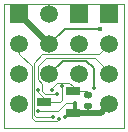
<source format=gtl>
%FSLAX44Y44*%
%MOMM*%
G71*
G01*
G75*
G04 Layer_Physical_Order=1*
G04 Layer_Color=255*
%ADD10R,1.2000X0.8000*%
G04:AMPARAMS|DCode=11|XSize=0.6mm|YSize=0.5mm|CornerRadius=0.05mm|HoleSize=0mm|Usage=FLASHONLY|Rotation=180.000|XOffset=0mm|YOffset=0mm|HoleType=Round|Shape=RoundedRectangle|*
%AMROUNDEDRECTD11*
21,1,0.6000,0.4000,0,0,180.0*
21,1,0.5000,0.5000,0,0,180.0*
1,1,0.1000,-0.2500,0.2000*
1,1,0.1000,0.2500,0.2000*
1,1,0.1000,0.2500,-0.2000*
1,1,0.1000,-0.2500,-0.2000*
%
%ADD11ROUNDEDRECTD11*%
%ADD12C,0.1000*%
%ADD13C,0.0800*%
%ADD14C,0.5000*%
%ADD15C,0.2000*%
%ADD16C,0.3000*%
%ADD17C,0.0750*%
%ADD18R,1.5000X1.5000*%
%ADD19C,1.5000*%
%ADD20C,0.3500*%
%ADD21C,0.4500*%
D10*
X70440Y30420D02*
D03*
Y49420D02*
D03*
X46440Y39920D02*
D03*
D11*
X83050Y45880D02*
D03*
Y36880D02*
D03*
D12*
X56960Y56280D02*
X67420D01*
X52530Y51850D02*
X56960Y56280D01*
X52530Y49880D02*
Y51850D01*
X67420Y56280D02*
X70440Y53260D01*
X47300Y46590D02*
X56990D01*
X57180Y46400D01*
X82100Y49420D02*
X83050Y48470D01*
X70440Y49420D02*
X82100D01*
X70750Y29890D02*
X83070Y31391D01*
X70750Y29890D02*
X72670Y32650D01*
X44790Y49100D02*
X47300Y46590D01*
X44790Y49100D02*
Y55520D01*
X40860Y59450D02*
X44790Y55520D01*
X89645Y77525D02*
X101600Y65570D01*
Y63500D02*
Y65570D01*
X40860Y59450D02*
Y70450D01*
X47935Y77525D01*
X89645D01*
X99150Y35650D02*
X101600Y38100D01*
X40840Y32630D02*
X58340D01*
X64880Y39170D01*
X72670D01*
X12000Y17660D02*
Y122950D01*
X114000Y17660D02*
Y122950D01*
X12000Y17660D02*
X114000D01*
X12000Y122950D02*
X114000D01*
D13*
X52530Y49880D02*
Y50620D01*
X83050Y43620D02*
Y48470D01*
X50010Y62710D02*
X50800Y63500D01*
X45550Y39030D02*
X46440Y39920D01*
X67690Y52170D02*
X70440Y49420D01*
X46440Y39920D02*
X59800D01*
X61480Y41600D01*
Y53260D01*
X70440Y49420D02*
Y53260D01*
X41360Y48460D02*
Y50020D01*
Y48460D02*
X46440Y43380D01*
Y39920D02*
Y43380D01*
X57080Y23540D02*
X58770Y25230D01*
X25400Y80300D02*
X35720Y69980D01*
X25400Y80300D02*
Y88900D01*
X35720Y26370D02*
Y69980D01*
Y26370D02*
X38550Y23540D01*
X57080D01*
D14*
X25220Y114480D02*
X50800Y88900D01*
X71470Y30570D02*
X94070D01*
X101600Y38100D01*
D15*
X50800Y88900D02*
X63780Y101880D01*
X93870D01*
X83070Y31391D02*
Y35650D01*
X50800Y63500D02*
X62120Y74820D01*
X82090D01*
X88350Y68560D01*
Y52100D02*
Y68560D01*
X88290Y52040D02*
X88350Y52100D01*
D16*
X72670Y32650D02*
Y39170D01*
D17*
X92850Y80150D02*
X101600Y88900D01*
X37410Y72770D02*
X44790Y80150D01*
X92850D01*
X37410Y28720D02*
Y72770D01*
Y28720D02*
X39340Y26790D01*
X54200D01*
D18*
X76200Y114300D02*
D03*
X101600D02*
D03*
X25400D02*
D03*
D19*
X50800D02*
D03*
X76200Y88900D02*
D03*
X50800D02*
D03*
X76200Y63500D02*
D03*
X50800D02*
D03*
X101600D02*
D03*
Y88900D02*
D03*
Y38100D02*
D03*
X25400Y63500D02*
D03*
Y88900D02*
D03*
Y38100D02*
D03*
D20*
X52530Y49880D02*
D03*
X57180Y46400D02*
D03*
X40840Y32630D02*
D03*
X41360Y50020D02*
D03*
X61480Y53260D02*
D03*
X72670Y39170D02*
D03*
X88290Y52040D02*
D03*
X63580Y26930D02*
D03*
X54200Y26790D02*
D03*
X58770Y25230D02*
D03*
D21*
X93870Y101880D02*
D03*
M02*

</source>
